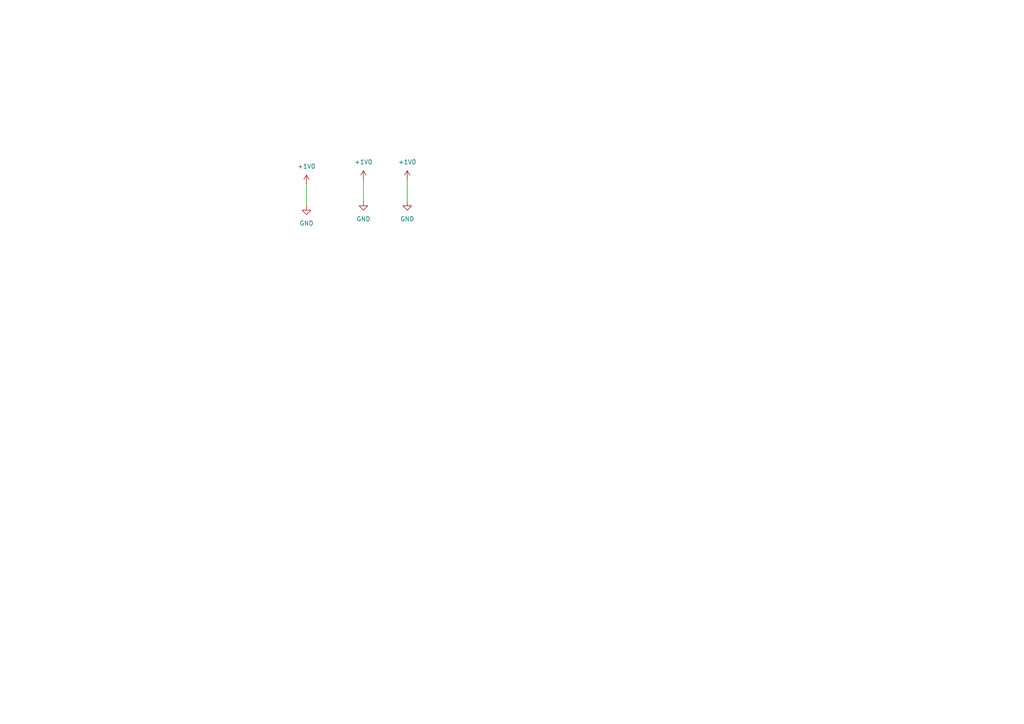
<source format=kicad_sch>
(kicad_sch (version 20211123) (generator eeschema)
  (paper "A4")
  (lib_symbols
    (symbol "power:+1V0" (power) (pin_names (offset 0))
      (property "Value" "+1V0" (at 0 3.556 0))
      (symbol "+1V0_0_1"
        (polyline (pts (xy -0.762 1.27) (xy 0 2.54)))
        (polyline (pts (xy 0 0) (xy 0 2.54)))
        (polyline (pts (xy 0 2.54) (xy 0.762 1.27)))
      )
      (symbol "+1V0_1_1"
        (pin power_in line (at 0 0 90) (length 0) hide (name "+1V0") (number "1"))
      )
    )
    (symbol "power:GND" (power) (pin_names (offset 0))
      (property "Value" "GND" (at 0 -3.81 0))
      (symbol "GND_0_1"
        (polyline (pts (xy 0 0) (xy 0 -1.27) (xy 1.27 -1.27) (xy 0 -2.54) (xy -1.27 -1.27) (xy 0 -1.27)))
      )
      (symbol "GND_1_1"
        (pin power_in line (at 0 0 270) (length 0) hide (name "GND") (number "1"))
      )
    )
  )
  (wire (pts (xy 118.11 52.07) (xy 118.11 58.42)))
  (wire (pts (xy 88.9 53.34) (xy 88.9 59.69)))
  (wire (pts (xy 105.41 52.07) (xy 105.41 58.42)))
  (symbol (lib_id "power:+1V0") (at 118.11 52.07 0) (unit 1)
    (property "Reference" "#PWR?" (effects hide))
    (property "Value" "+1V0" (at 118.11 46.99 0))
  )
  (symbol (lib_id "power:+1V0") (at 105.41 52.07 0) (unit 1)
    (property "Reference" "#PWR?" (effects hide))
    (property "Value" "+1V0" (at 105.41 46.99 0))
  )
  (symbol (lib_id "power:GND") (at 88.9 59.69 0) (unit 1)
    (property "Reference" "#PWR?" (effects hide))
    (property "Value" "GND" (at 88.9 64.77 0))
  )
  (symbol (lib_id "power:GND") (at 105.41 58.42 0) (unit 1)
    (property "Reference" "#PWR?" (effects hide))
    (property "Value" "GND" (at 105.41 63.5 0))
  )
  (symbol (lib_id "power:GND") (at 118.11 58.42 0) (unit 1)
    (property "Reference" "#PWR?" (effects hide))
    (property "Value" "GND" (at 118.11 63.5 0))
  )
  (symbol (lib_id "power:+1V0") (at 88.9 53.34 0) (unit 1)
    (property "Reference" "#PWR?" (effects hide))
    (property "Value" "+1V0" (at 88.9 48.26 0))
  )
)
</source>
